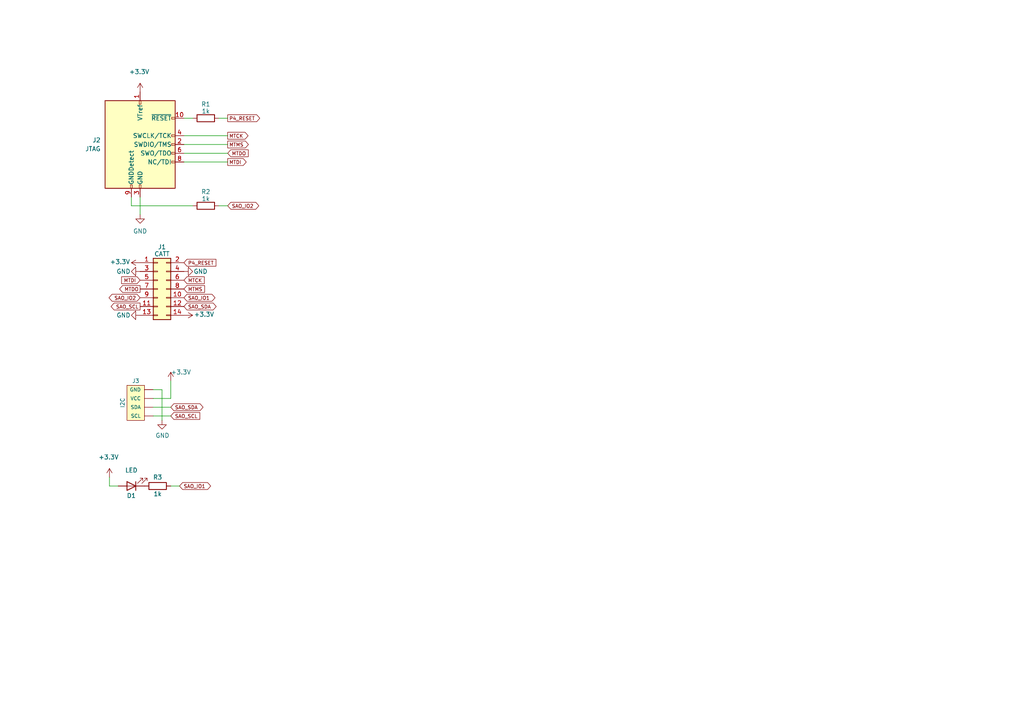
<source format=kicad_sch>
(kicad_sch (version 20250114) (generator "eeschema") (generator_version "9.0")
  (paper "A4")
  (title_block (title "CATT to JTAG") (date "2024-11-12") (rev "0.1") (company "Nicolai Electronics"))
  (lib_symbols
    (symbol "Connector:Conn_ARM_JTAG_SWD_10" (pin_names (offset 1.016))
      (property "Reference" "J" (at -2.54 16.51 0))
      (property "Value" "Conn_ARM_JTAG_SWD_10" (at -2.54 13.97 0))
      (symbol "Conn_ARM_JTAG_SWD_10_0_1"
        (rectangle (start -10.16 12.7) (end 10.16 -12.7) (stroke (width 0.254)) (fill (type background)))
        (rectangle (start -2.794 -12.7) (end -2.286 -11.684))
        (rectangle (start -0.254 12.7) (end 0.254 11.684))
        (rectangle (start -0.254 -12.7) (end 0.254 -11.684))
        (rectangle (start 9.144 2.286) (end 10.16 2.794))
        (rectangle (start 10.16 7.874) (end 9.144 7.366))
        (rectangle (start 10.16 -0.254) (end 9.144 0.254))
        (rectangle (start 10.16 -2.794) (end 9.144 -2.286))
      )
      (symbol "Conn_ARM_JTAG_SWD_10_1_1"
        (rectangle (start 9.144 -5.334) (end 10.16 -4.826))
        (pin no_connect line (at -10.16 0 0) (length 2.54) (hide yes) (name "KEY") (number "7"))
        (pin passive line (at -2.54 -15.24 90) (length 2.54) (name "GNDDetect") (number "9"))
        (pin power_in line (at 0 15.24 270) (length 2.54) (name "VTref") (number "1"))
        (pin power_in line (at 0 -15.24 90) (length 2.54) (name "GND") (number "3"))
        (pin passive line (at 0 -15.24 90) (length 2.54) (hide yes) (name "GND") (number "5"))
        (pin open_collector line (at 12.7 7.62 180) (length 2.54) (name "~{RESET}") (number "10"))
        (pin output line (at 12.7 2.54 180) (length 2.54) (name "SWCLK/TCK") (number "4"))
        (pin bidirectional line (at 12.7 0 180) (length 2.54) (name "SWDIO/TMS") (number "2"))
        (pin input line (at 12.7 -2.54 180) (length 2.54) (name "SWO/TDO") (number "6"))
        (pin output line (at 12.7 -5.08 180) (length 2.54) (name "NC/TDI") (number "8"))
      )
    )
    (symbol "Connector_Generic:Conn_02x07_Odd_Even" (pin_names (offset 1.016) (hide yes))
      (property "Reference" "J" (at 1.27 10.16 0))
      (property "Value" "Conn_02x07_Odd_Even" (at 1.27 -10.16 0))
      (symbol "Conn_02x07_Odd_Even_1_1"
        (rectangle (start -1.27 8.89) (end 3.81 -8.89) (stroke (width 0.254)) (fill (type background)))
        (rectangle (start -1.27 7.747) (end 0 7.493) (stroke (width 0.1524)))
        (rectangle (start -1.27 5.207) (end 0 4.953) (stroke (width 0.1524)))
        (rectangle (start -1.27 2.667) (end 0 2.413) (stroke (width 0.1524)))
        (rectangle (start -1.27 0.127) (end 0 -0.127) (stroke (width 0.1524)))
        (rectangle (start -1.27 -2.413) (end 0 -2.667) (stroke (width 0.1524)))
        (rectangle (start -1.27 -4.953) (end 0 -5.207) (stroke (width 0.1524)))
        (rectangle (start -1.27 -7.493) (end 0 -7.747) (stroke (width 0.1524)))
        (rectangle (start 3.81 7.747) (end 2.54 7.493) (stroke (width 0.1524)))
        (rectangle (start 3.81 5.207) (end 2.54 4.953) (stroke (width 0.1524)))
        (rectangle (start 3.81 2.667) (end 2.54 2.413) (stroke (width 0.1524)))
        (rectangle (start 3.81 0.127) (end 2.54 -0.127) (stroke (width 0.1524)))
        (rectangle (start 3.81 -2.413) (end 2.54 -2.667) (stroke (width 0.1524)))
        (rectangle (start 3.81 -4.953) (end 2.54 -5.207) (stroke (width 0.1524)))
        (rectangle (start 3.81 -7.493) (end 2.54 -7.747) (stroke (width 0.1524)))
        (pin passive line (at -5.08 7.62 0) (length 3.81) (name "Pin_1") (number "1"))
        (pin passive line (at -5.08 5.08 0) (length 3.81) (name "Pin_3") (number "3"))
        (pin passive line (at -5.08 2.54 0) (length 3.81) (name "Pin_5") (number "5"))
        (pin passive line (at -5.08 0 0) (length 3.81) (name "Pin_7") (number "7"))
        (pin passive line (at -5.08 -2.54 0) (length 3.81) (name "Pin_9") (number "9"))
        (pin passive line (at -5.08 -5.08 0) (length 3.81) (name "Pin_11") (number "11"))
        (pin passive line (at -5.08 -7.62 0) (length 3.81) (name "Pin_13") (number "13"))
        (pin passive line (at 7.62 7.62 180) (length 3.81) (name "Pin_2") (number "2"))
        (pin passive line (at 7.62 5.08 180) (length 3.81) (name "Pin_4") (number "4"))
        (pin passive line (at 7.62 2.54 180) (length 3.81) (name "Pin_6") (number "6"))
        (pin passive line (at 7.62 0 180) (length 3.81) (name "Pin_8") (number "8"))
        (pin passive line (at 7.62 -2.54 180) (length 3.81) (name "Pin_10") (number "10"))
        (pin passive line (at 7.62 -5.08 180) (length 3.81) (name "Pin_12") (number "12"))
        (pin passive line (at 7.62 -7.62 180) (length 3.81) (name "Pin_14") (number "14"))
      )
    )
    (symbol "Device:R" (pin_numbers (hide yes)) (pin_names (offset 0))
      (property "Reference" "R" (at 2.032 0 90))
      (property "Value" "R" (at 0 0 90))
      (symbol "R_0_1"
        (rectangle (start -1.016 -2.54) (end 1.016 2.54) (stroke (width 0.254)))
      )
      (symbol "R_1_1"
        (pin passive line (at 0 3.81 270) (length 1.27) (name "~") (number "1"))
        (pin passive line (at 0 -3.81 90) (length 1.27) (name "~") (number "2"))
      )
    )
    (symbol "SparkFun-LED:LED" (pin_numbers (hide yes)) (pin_names (offset 1.016) (hide yes))
      (property "Reference" "D" (at 0 2.54 0))
      (property "Value" "LED" (at 0 -2.54 0))
      (symbol "LED_0_1"
        (polyline (pts (xy -3.048 -0.762) (xy -4.572 -2.286) (xy -3.81 -2.286) (xy -4.572 -2.286) (xy -4.572 -1.524)))
        (polyline (pts (xy -1.778 -0.762) (xy -3.302 -2.286) (xy -2.54 -2.286) (xy -3.302 -2.286) (xy -3.302 -1.524)))
        (polyline (pts (xy -1.27 0) (xy 1.27 0)))
        (polyline (pts (xy -1.27 -1.27) (xy -1.27 1.27)) (stroke (width 0.254)))
        (polyline (pts (xy 1.27 -1.27) (xy 1.27 1.27) (xy -1.27 0) (xy 1.27 -1.27)) (stroke (width 0.254)))
      )
      (symbol "LED_1_1"
        (pin passive line (at -3.81 0 0) (length 2.54) (name "K") (number "1"))
        (pin passive line (at 3.81 0 180) (length 2.54) (name "A") (number "2"))
      )
    )
    (symbol "mch2021-rescue:GND-power" (power) (pin_names (offset 0))
      (property "Value" "GND-power" (at 0 -3.81 0))
      (symbol "GND-power_0_1"
        (polyline (pts (xy 0 0) (xy 0 -1.27) (xy 1.27 -1.27) (xy 0 -2.54) (xy -1.27 -1.27) (xy 0 -1.27)))
      )
      (symbol "GND-power_1_1"
        (pin power_in line (at 0 0 270) (length 0) (hide yes) (name "GND") (number "1"))
      )
    )
    (symbol "power:+3.3V" (power) (pin_names (offset 0))
      (property "Value" "+3.3V" (at 0 3.556 0))
      (symbol "+3.3V_0_1"
        (polyline (pts (xy -0.762 1.27) (xy 0 2.54)))
        (polyline (pts (xy 0 2.54) (xy 0.762 1.27)))
        (polyline (pts (xy 0 0) (xy 0 2.54)))
      )
      (symbol "+3.3V_1_1"
        (pin power_in line (at 0 0 90) (length 0) (hide yes) (name "+3.3V") (number "1"))
      )
    )
    (symbol "symbols2:GND" (power) (pin_names (offset 0))
      (property "Value" "GND" (at 0 -3.81 0))
      (symbol "GND_0_1"
        (polyline (pts (xy 0 0) (xy 0 -1.27) (xy 1.27 -1.27) (xy 0 -2.54) (xy -1.27 -1.27) (xy 0 -1.27)))
      )
      (symbol "GND_1_1"
        (pin power_in line (at 0 0 270) (length 0) (hide yes) (name "GND") (number "1"))
      )
    )
    (symbol "symbols:QWIIC_MCH" (pin_numbers (hide yes)) (pin_names (offset 1.016))
      (property "Reference" "J" (at -5.08 10.16 0))
      (property "Value" "QWIIC_MCH" (at -5.08 -3.81 0))
      (property "Field4" "CONN-13694" (at 0 13.97 0))
      (symbol "QWIIC_MCH_1_0"
        (rectangle (start 0 -1.27) (end -5.08 8.89) (fill (type background)))
      )
      (symbol "QWIIC_MCH_1_1"
        (pin passive line (at 2.54 7.62 180) (length 2.54) (name "SCL") (number "4"))
        (pin passive line (at 2.54 5.08 180) (length 2.54) (name "SDA") (number "3"))
        (pin power_in line (at 2.54 2.54 180) (length 2.54) (name "VCC") (number "2"))
        (pin power_in line (at 2.54 0 180) (length 2.54) (name "GND") (number "1"))
        (pin power_in line (at 2.54 0 180) (length 2.54) (name "~") (number "5"))
        (pin power_in line (at 2.54 0 180) (length 2.54) (name "~") (number "6"))
      )
    )
  )
  (wire (pts (xy 31.75 140.97) (xy 34.29 140.97)))
  (wire (pts (xy 66.04 39.37) (xy 53.34 39.37)))
  (wire (pts (xy 44.45 118.11) (xy 49.53 118.11)))
  (wire (pts (xy 66.04 46.99) (xy 53.34 46.99)))
  (wire (pts (xy 31.75 138.43) (xy 31.75 140.97)))
  (wire (pts (xy 49.53 110.49) (xy 49.53 115.57)))
  (wire (pts (xy 38.1 59.69) (xy 55.88 59.69)))
  (wire (pts (xy 52.07 140.97) (xy 49.53 140.97)))
  (wire (pts (xy 66.04 44.45) (xy 53.34 44.45)))
  (wire (pts (xy 40.64 57.15) (xy 40.64 62.23)))
  (wire (pts (xy 38.1 57.15) (xy 38.1 59.69)))
  (wire (pts (xy 55.88 34.29) (xy 53.34 34.29)))
  (wire (pts (xy 44.45 120.65) (xy 49.53 120.65)))
  (wire (pts (xy 44.45 115.57) (xy 49.53 115.57)))
  (wire (pts (xy 66.04 41.91) (xy 53.34 41.91)))
  (wire (pts (xy 66.04 34.29) (xy 63.5 34.29)))
  (wire (pts (xy 66.04 59.69) (xy 63.5 59.69)))
  (wire (pts (xy 46.99 113.03) (xy 46.99 121.92)))
  (wire (pts (xy 44.45 113.03) (xy 46.99 113.03)))
  (global_label "SAO_IO1" (shape bidirectional) (at 52.07 140.97 0) (effects (font (size 1.016 1.016))) (property "Intersheetrefs" "${INTERSHEET_REFS}" (effects (hide yes))))
  (global_label "SAO_IO2" (shape bidirectional) (at 40.64 86.36 180) (effects (font (size 1.016 1.016))) (property "Intersheetrefs" "${INTERSHEET_REFS}" (effects (hide yes))))
  (global_label "P4_RESET" (shape input) (at 53.34 76.2 0) (effects (font (size 1.016 1.016))) (property "Intersheetrefs" "${INTERSHEET_REFS}" (effects (hide yes))))
  (global_label "MTMS" (shape output) (at 66.04 41.91 0) (effects (font (size 1.016 1.016))) (property "Intersheetrefs" "${INTERSHEET_REFS}" (effects (hide yes))))
  (global_label "SAO_SDA" (shape bidirectional) (at 53.34 88.9 0) (effects (font (size 1.016 1.016))) (property "Intersheetrefs" "${INTERSHEET_REFS}" (effects (hide yes))))
  (global_label "MTMS" (shape input) (at 53.34 83.82 0) (effects (font (size 1.016 1.016))) (property "Intersheetrefs" "${INTERSHEET_REFS}" (effects (hide yes))))
  (global_label "MTDO" (shape output) (at 40.64 83.82 180) (effects (font (size 1.016 1.016))) (property "Intersheetrefs" "${INTERSHEET_REFS}" (effects (hide yes))))
  (global_label "P4_RESET" (shape output) (at 66.04 34.29 0) (effects (font (size 1.016 1.016))) (property "Intersheetrefs" "${INTERSHEET_REFS}" (effects (hide yes))))
  (global_label "SAO_SCL" (shape output) (at 40.64 88.9 180) (effects (font (size 1.016 1.016))) (property "Intersheetrefs" "${INTERSHEET_REFS}" (effects (hide yes))))
  (global_label "SAO_IO2" (shape bidirectional) (at 66.04 59.69 0) (effects (font (size 1.016 1.016))) (property "Intersheetrefs" "${INTERSHEET_REFS}" (effects (hide yes))))
  (global_label "MTDI" (shape input) (at 40.64 81.28 180) (effects (font (size 1.016 1.016))) (property "Intersheetrefs" "${INTERSHEET_REFS}" (effects (hide yes))))
  (global_label "SAO_IO1" (shape bidirectional) (at 53.34 86.36 0) (effects (font (size 1.016 1.016))) (property "Intersheetrefs" "${INTERSHEET_REFS}" (effects (hide yes))))
  (global_label "MTCK" (shape input) (at 53.34 81.28 0) (effects (font (size 1.016 1.016))) (property "Intersheetrefs" "${INTERSHEET_REFS}" (effects (hide yes))))
  (global_label "MTDI" (shape output) (at 66.04 46.99 0) (effects (font (size 1.016 1.016))) (property "Intersheetrefs" "${INTERSHEET_REFS}" (effects (hide yes))))
  (global_label "SAO_SCL" (shape input) (at 49.53 120.65 0) (effects (font (size 1.016 1.016))) (property "Intersheetrefs" "${INTERSHEET_REFS}" (effects (hide yes))))
  (global_label "MTDO" (shape input) (at 66.04 44.45 0) (effects (font (size 1.016 1.016))) (property "Intersheetrefs" "${INTERSHEET_REFS}" (effects (hide yes))))
  (global_label "MTCK" (shape output) (at 66.04 39.37 0) (effects (font (size 1.016 1.016))) (property "Intersheetrefs" "${INTERSHEET_REFS}" (effects (hide yes))))
  (global_label "SAO_SDA" (shape bidirectional) (at 49.53 118.11 0) (effects (font (size 1.016 1.016))) (property "Intersheetrefs" "${INTERSHEET_REFS}" (effects (hide yes))))
  (symbol (lib_id "power:+3.3V") (at 31.75 138.43 0) (unit 1)
    (property "Reference" "#PWR010" (effects (hide yes)))
    (property "Value" "+3.3V" (at 31.496 132.588 0))
    (property "Description" "Power symbol creates a global label with name \"+3.3V\"" (effects (hide yes)))
  )
  (symbol (lib_id "Device:R") (at 45.72 140.97 270) (unit 1)
    (property "Reference" "R3" (at 45.72 138.43 90))
    (property "Value" "1k" (at 45.72 143.256 90))
    (property "Footprint" "Resistor_SMD:R_0402_1005Metric" (effects (hide yes)))
    (property "Datasheet" "https://jlcpcb.com/partdetail/12256-0402WGF1001TCE/C11702" (effects (hide yes)))
    (property "LCSC" "C11702" (effects (hide yes)))
  )
  (symbol (lib_id "SparkFun-LED:LED") (at 38.1 140.97 180) (unit 1)
    (property "Reference" "D1" (at 38.1 143.764 0))
    (property "Value" "LED" (at 38.1 136.398 0))
    (property "Footprint" "LED_SMD:LED_0603_1608Metric" (effects (hide yes)))
    (property "Datasheet" "https://jlcpcb.com/partdetail/C7496820" (effects (hide yes)))
    (property "LCSC" "C7496820" (effects (hide yes)))
  )
  (symbol (lib_id "mch2021-rescue:GND-power") (at 40.64 78.74 270) (mirror x) (unit 1)
    (property "Reference" "#PWR04" (effects (hide yes)))
    (property "Value" "GND" (at 35.814 78.74 90))
  )
  (symbol (lib_id "Connector:Conn_ARM_JTAG_SWD_10") (at 40.64 41.91 0) (unit 1)
    (property "Reference" "J2" (at 29.21 40.6399 0) (effects (justify right)))
    (property "Value" "JTAG" (at 29.21 43.1799 0) (effects (justify right)))
    (property "Footprint" "library:CONN-TH_3130-10SG0BK00T1" (effects (hide yes)))
    (property "Datasheet" "https://jlcpcb.com/partdetail/Hanxia-HX_JN1_27_2x5P_ZZ_H49/C42372547" (effects (hide yes)))
    (property "Description" "JTAG" (effects (hide yes)))
    (property "LCSC" "C42372547" (effects (hide yes)))
  )
  (symbol (lib_id "mch2021-rescue:GND-power") (at 40.64 62.23 0) (mirror y) (unit 1)
    (property "Reference" "#PWR01" (effects (hide yes)))
    (property "Value" "GND" (at 40.64 67.056 0))
  )
  (symbol (lib_id "Device:R") (at 59.69 34.29 270) (unit 1)
    (property "Reference" "R1" (at 59.69 30.226 90))
    (property "Value" "1k" (at 59.69 32.258 90))
    (property "Footprint" "Resistor_SMD:R_0402_1005Metric" (effects (hide yes)))
    (property "Datasheet" "https://jlcpcb.com/partdetail/12256-0402WGF1001TCE/C11702" (effects (hide yes)))
    (property "LCSC" "C11702" (effects (hide yes)))
  )
  (symbol (lib_id "power:+3.3V") (at 40.64 76.2 90) (mirror x) (unit 1)
    (property "Reference" "#PWR02" (effects (hide yes)))
    (property "Value" "+3.3V" (at 34.798 75.946 90))
    (property "Description" "Power symbol creates a global label with name \"+3.3V\"" (effects (hide yes)))
  )
  (symbol (lib_id "Device:R") (at 59.69 59.69 270) (unit 1)
    (property "Reference" "R2" (at 59.69 55.626 90))
    (property "Value" "1k" (at 59.69 57.658 90))
    (property "Footprint" "Resistor_SMD:R_0402_1005Metric" (effects (hide yes)))
    (property "Datasheet" "https://jlcpcb.com/partdetail/12256-0402WGF1001TCE/C11702" (effects (hide yes)))
    (property "LCSC" "C11702" (effects (hide yes)))
  )
  (symbol (lib_id "power:+3.3V") (at 53.34 91.44 270) (unit 1)
    (property "Reference" "#PWR05" (effects (hide yes)))
    (property "Value" "+3.3V" (at 59.182 91.186 90))
    (property "Description" "Power symbol creates a global label with name \"+3.3V\"" (effects (hide yes)))
  )
  (symbol (lib_id "mch2021-rescue:GND-power") (at 40.64 91.44 270) (unit 1)
    (property "Reference" "#PWR06" (effects (hide yes)))
    (property "Value" "GND" (at 35.814 91.44 90))
  )
  (symbol (lib_id "symbols2:GND") (at 46.99 121.92 0) (unit 1)
    (property "Reference" "#PWR09" (effects (hide yes)))
    (property "Value" "GND" (at 47.117 126.3142 0))
    (property "Description" "Power symbol creates a global label with name \"GND\" , ground" (effects (hide yes)))
  )
  (symbol (lib_id "power:+3.3V") (at 49.53 110.49 0) (unit 1)
    (property "Reference" "#PWR08" (effects (hide yes)))
    (property "Value" "+3.3V" (at 49.53 107.95 0) (effects (justify left)))
    (property "Description" "Power symbol creates a global label with name \"+3.3V\"" (effects (hide yes)))
  )
  (symbol (lib_id "Connector_Generic:Conn_02x07_Odd_Even") (at 45.72 83.82 0) (unit 1)
    (property "Reference" "J1" (at 46.99 71.628 0))
    (property "Value" "CATT" (at 46.99 73.66 0))
    (property "Footprint" "Connector_PinHeader_2.54mm:PinHeader_2x07_P2.54mm_Horizontal" (effects (hide yes)))
    (property "Datasheet" "https://jlcpcb.com/partdetail/Xfcn-PZ254R_1214P/C492435" (effects (hide yes)))
    (property "LCSC" "C492435" (effects (hide yes)))
  )
  (symbol (lib_id "symbols:QWIIC_MCH") (at 41.91 113.03 0) (mirror x) (unit 1)
    (property "Reference" "J3" (at 39.37 110.49 0) (effects (font (size 1.143 1.143))))
    (property "Value" "I2C" (at 35.56 116.84 90) (effects (font (size 1.143 1.143))))
    (property "Footprint" "library:1X04_1MM_RA_GND" (effects (hide yes)))
    (property "Datasheet" "https://jlcpcb.com/partdetail/HongCheng-HCZZ00324/C7433425" (effects (hide yes)))
    (property "LCSC" "C7433425" (effects (hide yes)))
  )
  (symbol (lib_id "power:+3.3V") (at 40.64 26.67 0) (unit 1)
    (property "Reference" "#PWR07" (effects (hide yes)))
    (property "Value" "+3.3V" (at 40.386 20.828 0))
    (property "Description" "Power symbol creates a global label with name \"+3.3V\"" (effects (hide yes)))
  )
  (symbol (lib_id "mch2021-rescue:GND-power") (at 53.34 78.74 90) (mirror x) (unit 1)
    (property "Reference" "#PWR03" (effects (hide yes)))
    (property "Value" "GND" (at 58.166 78.74 90))
  )
)
</source>
